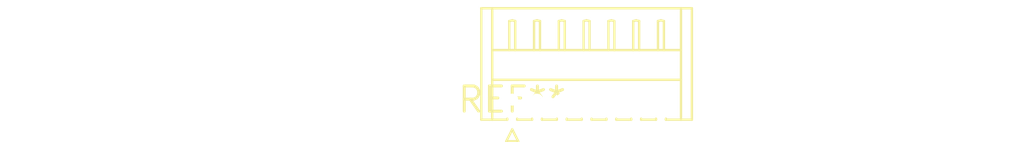
<source format=kicad_pcb>
(kicad_pcb (version 20240108) (generator pcbnew)
  (layers (0 "F.Cu" signal) (31 "B.Cu" signal) (34 "B.Paste" user) (35 "F.Paste" user) (36 "B.SilkS" user "B.Silkscreen") (37 "F.SilkS" user "F.Silkscreen") (38 "B.Mask" user) (39 "F.Mask" user) (44 "Edge.Cuts" user))
  (net 0 "")
  (footprint "Hirose_DF13-07P-1.25DS_1x07_P1.25mm_Horizontal" (layer "F.Cu") (at 0 0)
    (property "Reference" "REF**")
    (property "Value" "Hirose_DF13-07P-1.25DS_1x07_P1.25mm_Horizontal")
    (fp_line (start -1.56 -4.61) (end 9.06 -4.61) (layer "F.SilkS") (stroke (width 0.12)))
    (fp_line (start -1.56 1.01) (end -1.56 -4.61) (layer "F.SilkS") (stroke (width 0.12)))
    (fp_line (start -1.01 -4.61) (end -1.01 1.01) (layer "F.SilkS") (stroke (width 0.12)))
    (fp_line (start -1.01 -2.5) (end 8.51 -2.5) (layer "F.SilkS") (stroke (width 0.12)))
    (fp_line (start -1.01 -1) (end 8.51 -1) (layer "F.SilkS") (stroke (width 0.12)))
    (fp_line (start -0.3 2.1) (end 0.3 2.1) (layer "F.SilkS") (stroke (width 0.12)))
    (fp_line (start -0.25 0.96) (end -0.25 1.01) (layer "F.SilkS") (stroke (width 0.12)))
    (fp_line (start -0.25 1.01) (end -1.56 1.01) (layer "F.SilkS") (stroke (width 0.12)))
    (fp_line (start -0.15 -3.9625) (end 0 -4) (layer "F.SilkS") (stroke (width 0.12)))
    (fp_line (start -0.15 -2.5) (end -0.15 -3.9625) (layer "F.SilkS") (stroke (width 0.12)))
    (fp_line (start 0 -4) (end 0.15 -3.9625) (layer "F.SilkS") (stroke (width 0.12)))
    (fp_line (start 0 1.5) (end -0.3 2.1) (layer "F.SilkS") (stroke (width 0.12)))
    (fp_line (start 0.15 -3.9625) (end 0.15 -2.5) (layer "F.SilkS") (stroke (width 0.12)))
    (fp_line (start 0.25 0.96) (end 0.25 1.01) (layer "F.SilkS") (stroke (width 0.12)))
    (fp_line (start 0.25 1.01) (end 1 1.01) (layer "F.SilkS") (stroke (width 0.12)))
    (fp_line (start 0.3 2.1) (end 0 1.5) (layer "F.SilkS") (stroke (width 0.12)))
    (fp_line (start 1 1.01) (end 1 0.96) (layer "F.SilkS") (stroke (width 0.12)))
    (fp_line (start 1.1 -3.9625) (end 1.25 -4) (layer "F.SilkS") (stroke (width 0.12)))
    (fp_line (start 1.1 -2.5) (end 1.1 -3.9625) (layer "F.SilkS") (stroke (width 0.12)))
    (fp_line (start 1.25 -4) (end 1.4 -3.9625) (layer "F.SilkS") (stroke (width 0.12)))
    (fp_line (start 1.4 -3.9625) (end 1.4 -2.5) (layer "F.SilkS") (stroke (width 0.12)))
    (fp_line (start 1.5 0.96) (end 1.5 1.01) (layer "F.SilkS") (stroke (width 0.12)))
    (fp_line (start 1.5 1.01) (end 2.25 1.01) (layer "F.SilkS") (stroke (width 0.12)))
    (fp_line (start 2.25 1.01) (end 2.25 0.96) (layer "F.SilkS") (stroke (width 0.12)))
    (fp_line (start 2.35 -3.9625) (end 2.5 -4) (layer "F.SilkS") (stroke (width 0.12)))
    (fp_line (start 2.35 -2.5) (end 2.35 -3.9625) (layer "F.SilkS") (stroke (width 0.12)))
    (fp_line (start 2.5 -4) (end 2.65 -3.9625) (layer "F.SilkS") (stroke (width 0.12)))
    (fp_line (start 2.65 -3.9625) (end 2.65 -2.5) (layer "F.SilkS") (stroke (width 0.12)))
    (fp_line (start 2.75 0.96) (end 2.75 1.01) (layer "F.SilkS") (stroke (width 0.12)))
    (fp_line (start 2.75 1.01) (end 3.5 1.01) (layer "F.SilkS") (stroke (width 0.12)))
    (fp_line (start 3.5 1.01) (end 3.5 0.96) (layer "F.SilkS") (stroke (width 0.12)))
    (fp_line (start 3.6 -3.9625) (end 3.75 -4) (layer "F.SilkS") (stroke (width 0.12)))
    (fp_line (start 3.6 -2.5) (end 3.6 -3.9625) (layer "F.SilkS") (stroke (width 0.12)))
    (fp_line (start 3.75 -4) (end 3.9 -3.9625) (layer "F.SilkS") (stroke (width 0.12)))
    (fp_line (start 3.9 -3.9625) (end 3.9 -2.5) (layer "F.SilkS") (stroke (width 0.12)))
    (fp_line (start 4 0.96) (end 4 1.01) (layer "F.SilkS") (stroke (width 0.12)))
    (fp_line (start 4 1.01) (end 4.75 1.01) (layer "F.SilkS") (stroke (width 0.12)))
    (fp_line (start 4.75 1.01) (end 4.75 0.96) (layer "F.SilkS") (stroke (width 0.12)))
    (fp_line (start 4.85 -3.9625) (end 5 -4) (layer "F.SilkS") (stroke (width 0.12)))
    (fp_line (start 4.85 -2.5) (end 4.85 -3.9625) (layer "F.SilkS") (stroke (width 0.12)))
    (fp_line (start 5 -4) (end 5.15 -3.9625) (layer "F.SilkS") (stroke (width 0.12)))
    (fp_line (start 5.15 -3.9625) (end 5.15 -2.5) (layer "F.SilkS") (stroke (width 0.12)))
    (fp_line (start 5.25 0.96) (end 5.25 1.01) (layer "F.SilkS") (stroke (width 0.12)))
    (fp_line (start 5.25 1.01) (end 6 1.01) (layer "F.SilkS") (stroke (width 0.12)))
    (fp_line (start 6 1.01) (end 6 0.96) (layer "F.SilkS") (stroke (width 0.12)))
    (fp_line (start 6.1 -3.9625) (end 6.25 -4) (layer "F.SilkS") (stroke (width 0.12)))
    (fp_line (start 6.1 -2.5) (end 6.1 -3.9625) (layer "F.SilkS") (stroke (width 0.12)))
    (fp_line (start 6.25 -4) (end 6.4 -3.9625) (layer "F.SilkS") (stroke (width 0.12)))
    (fp_line (start 6.4 -3.9625) (end 6.4 -2.5) (layer "F.SilkS") (stroke (width 0.12)))
    (fp_line (start 6.5 0.96) (end 6.5 1.01) (layer "F.SilkS") (stroke (width 0.12)))
    (fp_line (start 6.5 1.01) (end 7.25 1.01) (layer "F.SilkS") (stroke (width 0.12)))
    (fp_line (start 7.25 1.01) (end 7.25 0.96) (layer "F.SilkS") (stroke (width 0.12)))
    (fp_line (start 7.35 -3.9625) (end 7.5 -4) (layer "F.SilkS") (stroke (width 0.12)))
    (fp_line (start 7.35 -2.5) (end 7.35 -3.9625) (layer "F.SilkS") (stroke (width 0.12)))
    (fp_line (start 7.5 -4) (end 7.65 -3.9625) (layer "F.SilkS") (stroke (width 0.12)))
    (fp_line (start 7.65 -3.9625) (end 7.65 -2.5) (layer "F.SilkS") (stroke (width 0.12)))
    (fp_line (start 7.75 1.01) (end 7.75 0.96) (layer "F.SilkS") (stroke (width 0.12)))
    (fp_line (start 8.51 -4.61) (end 8.51 1.01) (layer "F.SilkS") (stroke (width 0.12)))
    (fp_line (start 9.06 -4.61) (end 9.06 1.01) (layer "F.SilkS") (stroke (width 0.12)))
    (fp_line (start 9.06 1.01) (end 7.75 1.01) (layer "F.SilkS") (stroke (width 0.12)))
    (pad "1" thru_hole roundrect (at 0 0) (size 0.9 1.4) (drill 0.6) (layers *.Cu *.Mask) (remove_unused_layers))
    (pad "2" thru_hole oval (at 1.25 0) (size 0.9 1.4) (drill 0.6) (layers *.Cu *.Mask) (remove_unused_layers))
    (pad "3" thru_hole oval (at 2.5 0) (size 0.9 1.4) (drill 0.6) (layers *.Cu *.Mask) (remove_unused_layers))
    (pad "4" thru_hole oval (at 3.75 0) (size 0.9 1.4) (drill 0.6) (layers *.Cu *.Mask) (remove_unused_layers))
    (pad "5" thru_hole oval (at 5 0) (size 0.9 1.4) (drill 0.6) (layers *.Cu *.Mask) (remove_unused_layers))
    (pad "6" thru_hole oval (at 6.25 0) (size 0.9 1.4) (drill 0.6) (layers *.Cu *.Mask) (remove_unused_layers))
    (pad "7" thru_hole oval (at 7.5 0) (size 0.9 1.4) (drill 0.6) (layers *.Cu *.Mask) (remove_unused_layers))
  )
)
</source>
